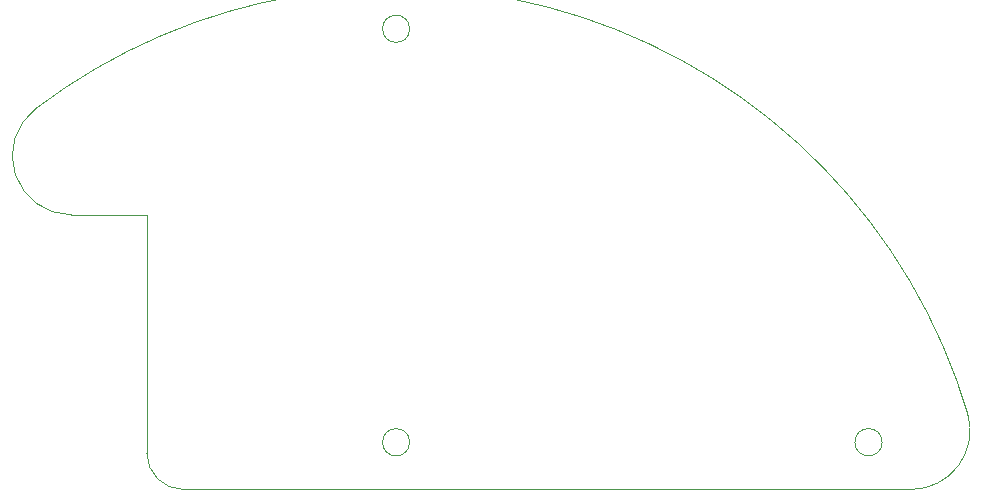
<source format=gbr>
G04 #@! TF.FileFunction,Profile,NP*
%FSLAX46Y46*%
G04 Gerber Fmt 4.6, Leading zero omitted, Abs format (unit mm)*
G04 Created by KiCad (PCBNEW 4.0.4-stable) date 02/11/17 12:35:40*
%MOMM*%
%LPD*%
G01*
G04 APERTURE LIST*
%ADD10C,0.100000*%
G04 APERTURE END LIST*
D10*
X109884046Y-74162871D02*
G75*
G02X188794900Y-99971428I30515954J-40237129D01*
G01*
X112905432Y-83146750D02*
G75*
G02X109884050Y-74162876I0J5000000D01*
G01*
X119302191Y-83146750D02*
X112905432Y-83146750D01*
X119302191Y-103325331D02*
X119302191Y-83146750D01*
X122376867Y-106400001D02*
G75*
G02X119302197Y-103325331I0J3074670D01*
G01*
X184003332Y-106400000D02*
X122376867Y-106400000D01*
X188794906Y-99971428D02*
G75*
G02X184003332Y-106400000I-4791574J-1428572D01*
G01*
X181550000Y-102400000D02*
G75*
G03X181550000Y-102400000I-1150000J0D01*
G01*
X141550000Y-67400000D02*
G75*
G03X141550000Y-67400000I-1150000J0D01*
G01*
X141550000Y-102400000D02*
G75*
G03X141550000Y-102400000I-1150000J0D01*
G01*
M02*

</source>
